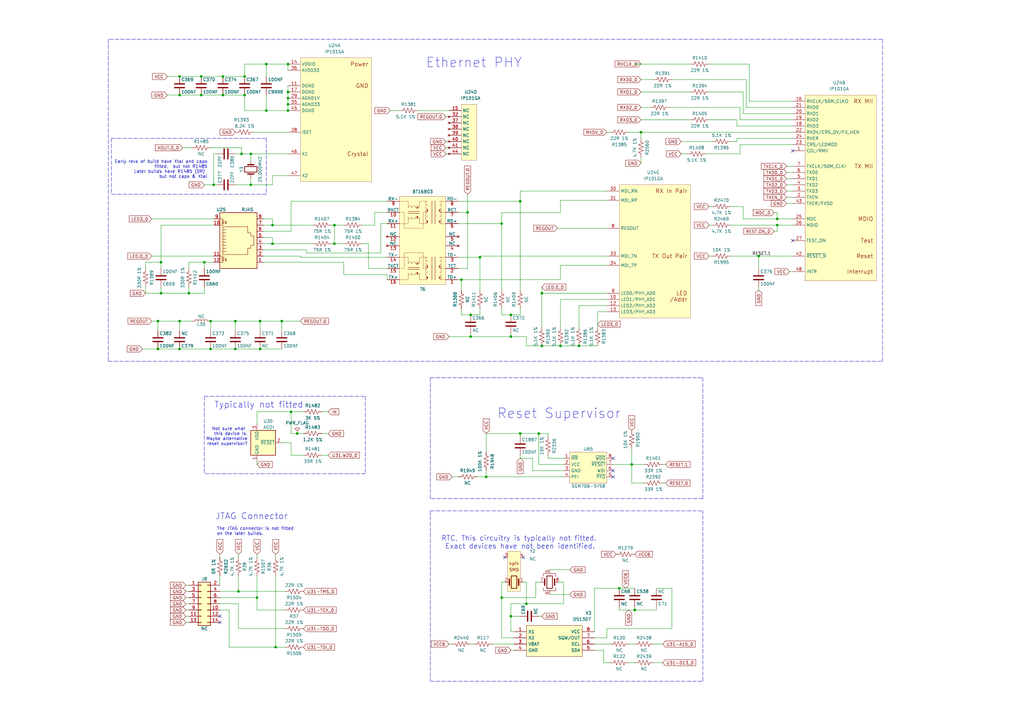
<source format=kicad_sch>
(kicad_sch (version 20230121) (generator eeschema)
  (paper "A3")
  (title_block (title "EBAZ4205 Schematic rebuild.") (date "2021-02-15") (rev "V004") (comment 1 "Some schematic symbols have been eeditted to clear DRC errors") (comment 2 "Extra PWR_FLAGS have been added to clear DRC errors") (comment 3 "Kicad does not allow refs like RxxxA some some devices have been renumbered"))
  (junction (at 213.36 82.55) (diameter 0.9144))
  (junction (at 118.11 26.289) (diameter 0.9144))
  (junction (at 119.38 168.91) (diameter 0.9144))
  (junction (at 237.49 141.859) (diameter 0.9144))
  (junction (at 82.55 38.989) (diameter 0.9144))
  (junction (at 193.04 129.159) (diameter 0.9144))
  (junction (at 111.76 99.949) (diameter 0.9144))
  (junction (at 106.68 143.129) (diameter 0.9144))
  (junction (at 100.33 31.369) (diameter 0.9144))
  (junction (at 66.04 107.569) (diameter 0.9144))
  (junction (at 64.77 131.699) (diameter 0.9144))
  (junction (at 209.55 129.159) (diameter 0.9144))
  (junction (at 137.16 92.329) (diameter 0.9144))
  (junction (at 196.85 105.537) (diameter 0.9144))
  (junction (at 73.66 143.129) (diameter 0.9144))
  (junction (at 91.44 31.369) (diameter 0.9144))
  (junction (at 109.22 45.339) (diameter 0.9144))
  (junction (at 109.22 26.289) (diameter 0.9144))
  (junction (at 82.55 31.369) (diameter 0.9144))
  (junction (at 229.87 141.859) (diameter 0.9144))
  (junction (at 113.03 265.43) (diameter 0.9144))
  (junction (at 111.76 92.329) (diameter 0.9144))
  (junction (at 77.47 120.269) (diameter 0.9144))
  (junction (at 86.36 143.129) (diameter 0.9144))
  (junction (at 99.06 63.119) (diameter 0.9144))
  (junction (at 318.77 92.329) (diameter 0.9144))
  (junction (at 189.23 114.681) (diameter 0.9144))
  (junction (at 96.52 131.699) (diameter 0.9144))
  (junction (at 97.79 242.57) (diameter 0.9144))
  (junction (at 73.66 38.989) (diameter 0.9144))
  (junction (at 121.92 177.8) (diameter 0.9144))
  (junction (at 262.89 54.229) (diameter 0.9144))
  (junction (at 118.11 42.799) (diameter 0.9144))
  (junction (at 199.39 195.58) (diameter 0.9144))
  (junction (at 254 241.3) (diameter 0.9144))
  (junction (at 64.77 143.129) (diameter 0.9144))
  (junction (at 205.74 245.11) (diameter 0.9144))
  (junction (at 222.25 141.859) (diameter 0.9144))
  (junction (at 209.55 252.73) (diameter 0.9144))
  (junction (at 105.41 245.11) (diameter 0.9144))
  (junction (at 259.08 190.5) (diameter 0.9144))
  (junction (at 115.57 131.699) (diameter 0.9144))
  (junction (at 213.36 177.8) (diameter 0.9144))
  (junction (at 222.25 120.269) (diameter 0.9144))
  (junction (at 73.66 31.369) (diameter 0.9144))
  (junction (at 318.77 89.789) (diameter 0.9144))
  (junction (at 102.87 63.119) (diameter 0.9144))
  (junction (at 220.98 177.8) (diameter 0.9144))
  (junction (at 102.87 75.819) (diameter 0.9144))
  (junction (at 96.52 143.129) (diameter 0.9144))
  (junction (at 137.16 99.949) (diameter 0.9144))
  (junction (at 260.35 250.19) (diameter 0.9144))
  (junction (at 215.9 247.65) (diameter 0.9144))
  (junction (at 86.36 131.699) (diameter 0.9144))
  (junction (at 100.33 38.989) (diameter 0.9144))
  (junction (at 193.04 138.049) (diameter 0.9144))
  (junction (at 87.63 75.819) (diameter 0.9144))
  (junction (at 118.11 40.259) (diameter 0.9144))
  (junction (at 118.11 37.719) (diameter 0.9144))
  (junction (at 91.44 38.989) (diameter 0.9144))
  (junction (at 118.11 45.339) (diameter 0.9144))
  (junction (at 209.55 138.049) (diameter 0.9144))
  (junction (at 311.15 105.029) (diameter 0.9144))
  (junction (at 83.82 107.569) (diameter 0.9144))
  (junction (at 66.04 120.269) (diameter 0.9144))
  (junction (at 191.77 87.122) (diameter 0.9144))
  (junction (at 73.66 131.699) (diameter 0.9144))
  (junction (at 106.68 131.699) (diameter 0.9144))
  (junction (at 205.74 91.694) (diameter 0.9144))
  (no_connect (at 90.17 252.73))
  (no_connect (at 90.17 255.27))
  (no_connect (at 207.01 228.6))
  (no_connect (at 214.63 228.6))
  (no_connect (at 325.12 98.679))
  (no_connect (at 325.12 61.849))
  (no_connect (at 251.46 187.96))
  (no_connect (at 251.46 193.04))
  (no_connect (at 251.46 195.58))
  (wire (pts (xy 187.96 82.55) (xy 213.36 82.55)))
  (wire (pts (xy 243.84 264.16) (xy 250.19 264.16)))
  (wire (pts (xy 100.33 45.339) (xy 100.33 38.989)))
  (wire (pts (xy 125.73 102.489) (xy 125.73 103.759)))
  (wire (pts (xy 299.72 105.029) (xy 311.15 105.029)))
  (wire (pts (xy 318.77 87.249) (xy 318.77 89.789)))
  (wire (pts (xy 275.59 257.81) (xy 275.59 241.3)))
  (wire (pts (xy 105.41 236.22) (xy 105.41 245.11)))
  (wire (pts (xy 90.17 227.33) (xy 90.17 228.6)))
  (wire (pts (xy 105.41 245.11) (xy 105.41 250.19)))
  (wire (pts (xy 213.36 187.96) (xy 218.44 187.96)))
  (wire (pts (xy 97.79 242.57) (xy 116.84 242.57)))
  (wire (pts (xy 182.88 58.039) (xy 184.15 58.039)))
  (wire (pts (xy 86.36 135.509) (xy 86.36 131.699)))
  (wire (pts (xy 220.98 177.8) (xy 224.79 177.8)))
  (wire (pts (xy 311.15 105.029) (xy 325.12 105.029)))
  (wire (pts (xy 106.68 131.699) (xy 115.57 131.699)))
  (wire (pts (xy 182.88 60.579) (xy 184.15 60.579)))
  (wire (pts (xy 73.66 131.699) (xy 73.66 135.509)))
  (wire (pts (xy 262.89 54.229) (xy 325.12 54.229)))
  (wire (pts (xy 100.33 45.339) (xy 109.22 45.339)))
  (wire (pts (xy 215.9 141.859) (xy 222.25 141.859)))
  (wire (pts (xy 111.76 75.819) (xy 102.87 75.819)))
  (polyline (pts (xy 361.95 148.209) (xy 361.95 16.129)) (stroke (width 0) (type dash)))
  (wire (pts (xy 82.55 31.369) (xy 91.44 31.369)))
  (wire (pts (xy 219.71 245.11) (xy 219.71 238.76)))
  (wire (pts (xy 118.11 26.289) (xy 109.22 26.289)))
  (wire (pts (xy 196.85 105.537) (xy 196.85 118.999)))
  (wire (pts (xy 140.97 107.569) (xy 140.97 112.649)))
  (wire (pts (xy 259.08 190.5) (xy 259.08 198.12)))
  (wire (pts (xy 299.72 58.039) (xy 302.26 58.039)))
  (wire (pts (xy 121.92 177.8) (xy 119.38 177.8)))
  (wire (pts (xy 124.46 177.8) (xy 121.92 177.8)))
  (wire (pts (xy 107.95 92.329) (xy 111.76 92.329)))
  (wire (pts (xy 160.02 45.339) (xy 163.83 45.339)))
  (wire (pts (xy 137.16 92.329) (xy 140.97 92.329)))
  (wire (pts (xy 96.52 143.129) (xy 86.36 143.129)))
  (wire (pts (xy 77.47 117.729) (xy 77.47 120.269)))
  (wire (pts (xy 96.52 131.699) (xy 106.68 131.699)))
  (wire (pts (xy 205.74 126.619) (xy 205.74 129.159)))
  (wire (pts (xy 109.22 38.989) (xy 109.22 45.339)))
  (wire (pts (xy 111.76 92.329) (xy 128.27 92.329)))
  (wire (pts (xy 87.63 92.329) (xy 66.04 92.329)))
  (wire (pts (xy 156.21 91.694) (xy 158.75 91.694)))
  (wire (pts (xy 64.77 131.699) (xy 64.77 135.509)))
  (wire (pts (xy 318.77 89.789) (xy 304.8 89.789)))
  (wire (pts (xy 220.98 252.73) (xy 222.25 252.73)))
  (wire (pts (xy 248.92 261.62) (xy 248.92 257.81)))
  (wire (pts (xy 290.83 105.029) (xy 292.1 105.029)))
  (polyline (pts (xy 45.72 56.769) (xy 45.72 79.629)) (stroke (width 0) (type dash)))
  (polyline (pts (xy 45.72 56.769) (xy 109.22 56.769)) (stroke (width 0) (type dash)))
  (polyline (pts (xy 109.22 56.769) (xy 109.22 79.629)) (stroke (width 0) (type dash)))
  (polyline (pts (xy 109.22 79.629) (xy 45.72 79.629)) (stroke (width 0) (type dash)))
  (wire (pts (xy 187.96 110.109) (xy 191.77 110.109)))
  (wire (pts (xy 205.74 91.694) (xy 205.74 118.999)))
  (wire (pts (xy 213.36 78.359) (xy 213.36 82.55)))
  (wire (pts (xy 259.08 184.15) (xy 259.08 190.5)))
  (wire (pts (xy 237.49 125.349) (xy 237.49 134.239)))
  (polyline (pts (xy 176.53 279.4) (xy 288.29 279.4)) (stroke (width 0) (type dash)))
  (wire (pts (xy 111.76 72.009) (xy 111.76 75.819)))
  (wire (pts (xy 257.81 54.229) (xy 262.89 54.229)))
  (wire (pts (xy 107.95 107.569) (xy 140.97 107.569)))
  (wire (pts (xy 99.06 63.119) (xy 96.52 63.119)))
  (wire (pts (xy 262.89 64.389) (xy 262.89 66.929)))
  (wire (pts (xy 123.19 105.537) (xy 158.75 105.537)))
  (wire (pts (xy 218.44 193.04) (xy 231.14 193.04)))
  (wire (pts (xy 107.95 102.489) (xy 125.73 102.489)))
  (wire (pts (xy 76.2 247.65) (xy 77.47 247.65)))
  (wire (pts (xy 299.72 92.329) (xy 318.77 92.329)))
  (wire (pts (xy 100.33 26.289) (xy 100.33 31.369)))
  (wire (pts (xy 123.19 105.537) (xy 123.19 105.029)))
  (wire (pts (xy 64.77 143.129) (xy 73.66 143.129)))
  (wire (pts (xy 225.425 243.84) (xy 233.68 243.84)))
  (wire (pts (xy 118.11 42.799) (xy 118.11 45.339)))
  (wire (pts (xy 104.14 54.229) (xy 118.11 54.229)))
  (wire (pts (xy 325.12 51.689) (xy 302.26 51.689)))
  (wire (pts (xy 224.79 177.8) (xy 224.79 179.07)))
  (wire (pts (xy 83.82 117.729) (xy 83.82 120.269)))
  (wire (pts (xy 215.9 247.65) (xy 231.14 247.65)))
  (wire (pts (xy 137.16 92.329) (xy 137.16 99.949)))
  (wire (pts (xy 199.39 185.42) (xy 199.39 177.8)))
  (wire (pts (xy 279.4 58.039) (xy 292.1 58.039)))
  (wire (pts (xy 209.55 252.73) (xy 209.55 259.08)))
  (wire (pts (xy 245.11 127.889) (xy 245.11 134.239)))
  (wire (pts (xy 290.83 37.719) (xy 304.8 37.719)))
  (wire (pts (xy 76.2 245.11) (xy 77.47 245.11)))
  (wire (pts (xy 184.15 264.16) (xy 185.42 264.16)))
  (wire (pts (xy 107.95 89.789) (xy 111.76 89.789)))
  (polyline (pts (xy 176.53 209.55) (xy 288.29 209.55)) (stroke (width 0) (type dash)))
  (wire (pts (xy 196.85 129.159) (xy 196.85 126.619)))
  (wire (pts (xy 303.53 63.119) (xy 289.56 63.119)))
  (wire (pts (xy 243.84 259.08) (xy 243.84 241.3)))
  (wire (pts (xy 275.59 32.639) (xy 306.07 32.639)))
  (wire (pts (xy 193.04 136.779) (xy 193.04 138.049)))
  (wire (pts (xy 205.74 245.11) (xy 219.71 245.11)))
  (wire (pts (xy 102.87 63.119) (xy 102.87 65.659)))
  (wire (pts (xy 209.55 247.65) (xy 209.55 252.73)))
  (wire (pts (xy 318.77 92.329) (xy 325.12 92.329)))
  (wire (pts (xy 111.76 89.789) (xy 111.76 92.329)))
  (wire (pts (xy 62.23 131.699) (xy 64.77 131.699)))
  (wire (pts (xy 317.5 94.869) (xy 318.77 94.869)))
  (wire (pts (xy 199.39 195.58) (xy 231.14 195.58)))
  (wire (pts (xy 196.85 105.029) (xy 196.85 105.537)))
  (wire (pts (xy 99.06 60.579) (xy 99.06 63.119)))
  (wire (pts (xy 247.65 271.81) (xy 250.19 271.78)))
  (wire (pts (xy 118.11 40.259) (xy 118.11 37.719)))
  (wire (pts (xy 66.04 107.569) (xy 66.04 110.109)))
  (wire (pts (xy 231.14 190.5) (xy 220.98 190.5)))
  (wire (pts (xy 222.25 120.269) (xy 248.92 120.269)))
  (wire (pts (xy 271.78 198.12) (xy 273.05 198.12)))
  (wire (pts (xy 135.89 99.949) (xy 137.16 99.949)))
  (wire (pts (xy 111.76 99.949) (xy 128.27 99.949)))
  (wire (pts (xy 59.69 120.269) (xy 66.04 120.269)))
  (wire (pts (xy 73.66 38.989) (xy 68.58 38.989)))
  (wire (pts (xy 137.16 99.949) (xy 140.97 99.949)))
  (wire (pts (xy 220.98 190.5) (xy 220.98 177.8)))
  (wire (pts (xy 209.55 259.08) (xy 210.82 259.08)))
  (wire (pts (xy 100.33 26.289) (xy 109.22 26.289)))
  (wire (pts (xy 248.92 105.029) (xy 196.85 105.029)))
  (wire (pts (xy 124.46 168.91) (xy 119.38 168.91)))
  (polyline (pts (xy 361.95 16.129) (xy 44.45 16.129)) (stroke (width 0) (type dash)))
  (wire (pts (xy 83.82 107.569) (xy 83.82 110.109)))
  (wire (pts (xy 248.92 108.839) (xy 229.87 108.839)))
  (wire (pts (xy 158.75 87.122) (xy 153.67 87.122)))
  (wire (pts (xy 119.38 177.8) (xy 119.38 168.91)))
  (wire (pts (xy 254 248.92) (xy 254 250.19)))
  (wire (pts (xy 187.96 105.537) (xy 196.85 105.537)))
  (wire (pts (xy 218.44 187.96) (xy 218.44 193.04)))
  (wire (pts (xy 209.55 266.7) (xy 210.82 266.7)))
  (wire (pts (xy 248.92 257.81) (xy 275.59 257.81)))
  (wire (pts (xy 248.92 82.169) (xy 229.87 82.169)))
  (wire (pts (xy 100.33 31.369) (xy 91.44 31.369)))
  (wire (pts (xy 302.26 56.769) (xy 302.26 58.039)))
  (wire (pts (xy 222.25 117.729) (xy 222.25 120.269)))
  (wire (pts (xy 193.04 138.049) (xy 209.55 138.049)))
  (wire (pts (xy 113.03 236.22) (xy 113.03 265.43)))
  (wire (pts (xy 323.85 111.379) (xy 325.12 111.379)))
  (wire (pts (xy 74.93 60.579) (xy 78.74 60.579)))
  (wire (pts (xy 93.98 265.43) (xy 113.03 265.43)))
  (wire (pts (xy 97.79 247.65) (xy 97.79 257.81)))
  (wire (pts (xy 304.8 46.609) (xy 304.8 37.719)))
  (wire (pts (xy 222.25 141.859) (xy 229.87 141.859)))
  (wire (pts (xy 225.425 233.68) (xy 233.68 233.68)))
  (wire (pts (xy 248.92 54.229) (xy 250.19 54.229)))
  (wire (pts (xy 185.42 195.58) (xy 187.96 195.58)))
  (wire (pts (xy 191.77 87.122) (xy 191.77 110.109)))
  (wire (pts (xy 82.55 38.989) (xy 73.66 38.989)))
  (wire (pts (xy 207.01 238.76) (xy 205.74 238.76)))
  (wire (pts (xy 209.55 138.049) (xy 215.9 138.049)))
  (wire (pts (xy 248.92 127.889) (xy 245.11 127.889)))
  (wire (pts (xy 119.38 94.869) (xy 107.95 94.869)))
  (wire (pts (xy 62.23 105.029) (xy 87.63 105.029)))
  (polyline (pts (xy 176.53 204.47) (xy 176.53 154.94)) (stroke (width 0) (type dash)))
  (polyline (pts (xy 83.82 162.56) (xy 83.82 194.31)) (stroke (width 0) (type dash)))
  (wire (pts (xy 148.59 99.949) (xy 151.13 99.949)))
  (wire (pts (xy 262.89 32.639) (xy 267.97 32.639)))
  (wire (pts (xy 76.2 255.27) (xy 77.47 255.27)))
  (wire (pts (xy 107.95 105.029) (xy 123.19 105.029)))
  (wire (pts (xy 118.11 40.259) (xy 118.11 42.799)))
  (wire (pts (xy 205.74 87.249) (xy 205.74 91.694)))
  (wire (pts (xy 257.81 271.78) (xy 260.35 271.78)))
  (wire (pts (xy 124.46 186.69) (xy 119.38 186.69)))
  (wire (pts (xy 224.79 187.96) (xy 231.14 187.96)))
  (wire (pts (xy 119.38 181.61) (xy 115.57 181.61)))
  (wire (pts (xy 88.9 63.119) (xy 87.63 63.119)))
  (wire (pts (xy 171.45 45.339) (xy 184.15 45.339)))
  (wire (pts (xy 153.67 87.122) (xy 153.67 92.329)))
  (wire (pts (xy 306.07 44.069) (xy 306.07 32.639)))
  (wire (pts (xy 213.36 126.619) (xy 213.36 129.159)))
  (wire (pts (xy 68.58 31.369) (xy 73.66 31.369)))
  (wire (pts (xy 260.35 26.289) (xy 262.89 26.229)))
  (wire (pts (xy 182.88 63.119) (xy 184.15 63.119)))
  (wire (pts (xy 322.58 75.819) (xy 325.12 75.819)))
  (wire (pts (xy 199.39 193.04) (xy 199.39 195.58)))
  (wire (pts (xy 205.74 245.11) (xy 205.74 261.62)))
  (wire (pts (xy 87.63 107.569) (xy 83.82 107.569)))
  (wire (pts (xy 90.17 240.03) (xy 90.17 236.22)))
  (wire (pts (xy 107.95 97.409) (xy 111.76 97.409)))
  (wire (pts (xy 318.77 94.869) (xy 318.77 92.329)))
  (wire (pts (xy 303.53 59.309) (xy 303.53 63.119)))
  (wire (pts (xy 59.69 107.569) (xy 66.04 107.569)))
  (wire (pts (xy 76.2 250.19) (xy 77.47 250.19)))
  (wire (pts (xy 229.87 108.839) (xy 229.87 114.681)))
  (wire (pts (xy 90.17 242.57) (xy 97.79 242.57)))
  (wire (pts (xy 132.08 186.69) (xy 134.62 186.69)))
  (wire (pts (xy 271.78 190.5) (xy 273.05 190.5)))
  (wire (pts (xy 193.04 129.159) (xy 196.85 129.159)))
  (polyline (pts (xy 288.29 154.94) (xy 288.29 204.47)) (stroke (width 0) (type dash)))
  (wire (pts (xy 317.5 87.249) (xy 318.77 87.249)))
  (wire (pts (xy 106.68 143.129) (xy 115.57 143.129)))
  (wire (pts (xy 86.36 131.699) (xy 96.52 131.699)))
  (wire (pts (xy 189.23 129.159) (xy 193.04 129.159)))
  (wire (pts (xy 119.38 82.55) (xy 158.75 82.55)))
  (wire (pts (xy 86.36 60.579) (xy 99.06 60.579)))
  (wire (pts (xy 193.04 264.16) (xy 194.31 264.16)))
  (wire (pts (xy 87.63 75.819) (xy 88.9 75.819)))
  (wire (pts (xy 105.41 227.33) (xy 105.41 228.6)))
  (wire (pts (xy 248.92 125.349) (xy 237.49 125.349)))
  (wire (pts (xy 254 241.3) (xy 260.35 241.3)))
  (wire (pts (xy 96.52 143.129) (xy 106.68 143.129)))
  (polyline (pts (xy 44.45 16.129) (xy 44.45 148.209)) (stroke (width 0) (type dash)))
  (wire (pts (xy 243.84 266.7) (xy 247.65 266.7)))
  (wire (pts (xy 58.42 143.129) (xy 64.77 143.129)))
  (wire (pts (xy 82.55 31.369) (xy 73.66 31.369)))
  (wire (pts (xy 243.84 261.62) (xy 248.92 261.62)))
  (wire (pts (xy 96.52 135.509) (xy 96.52 131.699)))
  (wire (pts (xy 132.08 177.8) (xy 134.62 177.8)))
  (wire (pts (xy 182.88 47.879) (xy 184.15 47.879)))
  (wire (pts (xy 303.53 49.149) (xy 303.53 44.069)))
  (wire (pts (xy 322.58 70.739) (xy 325.12 70.739)))
  (wire (pts (xy 119.38 82.55) (xy 119.38 94.869)))
  (wire (pts (xy 156.21 91.694) (xy 156.21 103.759)))
  (wire (pts (xy 262.89 49.149) (xy 283.21 49.149)))
  (wire (pts (xy 205.74 261.62) (xy 210.82 261.62)))
  (wire (pts (xy 269.24 241.3) (xy 275.59 241.3)))
  (wire (pts (xy 105.41 168.91) (xy 105.41 173.99)))
  (wire (pts (xy 209.55 252.73) (xy 213.36 252.73)))
  (wire (pts (xy 231.14 238.76) (xy 231.14 247.65)))
  (wire (pts (xy 237.49 141.859) (xy 245.11 141.859)))
  (wire (pts (xy 262.89 54.229) (xy 262.89 56.769)))
  (wire (pts (xy 184.15 138.049) (xy 193.04 138.049)))
  (polyline (pts (xy 288.29 279.4) (xy 288.29 209.55)) (stroke (width 0) (type dash)))
  (wire (pts (xy 325.12 59.309) (xy 303.53 59.309)))
  (wire (pts (xy 64.77 131.699) (xy 73.66 131.699)))
  (wire (pts (xy 215.9 138.049) (xy 215.9 141.859)))
  (wire (pts (xy 311.15 117.729) (xy 311.15 118.999)))
  (wire (pts (xy 135.89 92.329) (xy 137.16 92.329)))
  (wire (pts (xy 254 250.19) (xy 260.35 250.19)))
  (wire (pts (xy 248.92 122.809) (xy 229.87 122.809)))
  (wire (pts (xy 105.41 189.23) (xy 105.41 190.5)))
  (wire (pts (xy 118.11 35.179) (xy 118.11 37.719)))
  (wire (pts (xy 325.12 56.769) (xy 302.26 56.769)))
  (wire (pts (xy 322.58 78.359) (xy 325.12 78.359)))
  (wire (pts (xy 189.23 114.681) (xy 229.87 114.681)))
  (wire (pts (xy 257.81 264.16) (xy 260.35 264.16)))
  (wire (pts (xy 102.87 63.119) (xy 99.06 63.119)))
  (wire (pts (xy 86.36 143.129) (xy 73.66 143.129)))
  (wire (pts (xy 213.36 179.07) (xy 213.36 177.8)))
  (wire (pts (xy 307.34 26.289) (xy 307.34 41.529)))
  (wire (pts (xy 224.79 186.69) (xy 224.79 187.96)))
  (wire (pts (xy 76.2 252.73) (xy 77.47 252.73)))
  (wire (pts (xy 260.35 248.92) (xy 260.35 250.19)))
  (wire (pts (xy 187.96 87.122) (xy 191.77 87.122)))
  (wire (pts (xy 325.12 49.149) (xy 303.53 49.149)))
  (wire (pts (xy 96.52 75.819) (xy 102.87 75.819)))
  (wire (pts (xy 151.13 99.949) (xy 151.13 110.109)))
  (wire (pts (xy 93.98 250.19) (xy 93.98 265.43)))
  (wire (pts (xy 264.16 198.12) (xy 259.08 198.12)))
  (wire (pts (xy 156.21 103.759) (xy 125.73 103.759)))
  (wire (pts (xy 87.63 63.119) (xy 87.63 75.819)))
  (wire (pts (xy 229.235 238.76) (xy 231.14 238.76)))
  (wire (pts (xy 262.89 37.719) (xy 283.21 37.719)))
  (wire (pts (xy 76.2 240.03) (xy 77.47 240.03)))
  (wire (pts (xy 290.83 92.329) (xy 292.1 92.329)))
  (wire (pts (xy 77.47 107.569) (xy 77.47 110.109)))
  (wire (pts (xy 322.58 73.279) (xy 325.12 73.279)))
  (wire (pts (xy 66.04 92.329) (xy 66.04 107.569)))
  (wire (pts (xy 302.26 49.149) (xy 290.83 49.149)))
  (wire (pts (xy 219.71 238.76) (xy 221.615 238.76)))
  (wire (pts (xy 290.83 26.289) (xy 307.34 26.289)))
  (wire (pts (xy 274.32 44.069) (xy 303.53 44.069)))
  (wire (pts (xy 222.25 120.269) (xy 222.25 134.239)))
  (wire (pts (xy 229.87 141.859) (xy 237.49 141.859)))
  (wire (pts (xy 213.36 186.69) (xy 213.36 187.96)))
  (wire (pts (xy 248.92 78.359) (xy 213.36 78.359)))
  (wire (pts (xy 87.63 75.819) (xy 83.82 75.819)))
  (wire (pts (xy 107.95 99.949) (xy 111.76 99.949)))
  (wire (pts (xy 113.03 227.33) (xy 113.03 228.6)))
  (wire (pts (xy 59.69 117.729) (xy 59.69 120.269)))
  (wire (pts (xy 214.63 238.76) (xy 215.9 238.76)))
  (wire (pts (xy 187.96 114.681) (xy 189.23 114.681)))
  (wire (pts (xy 267.97 264.16) (xy 271.78 264.16)))
  (wire (pts (xy 109.22 26.289) (xy 109.22 31.369)))
  (wire (pts (xy 109.22 45.339) (xy 118.11 45.339)))
  (wire (pts (xy 118.11 72.009) (xy 111.76 72.009)))
  (wire (pts (xy 304.8 84.709) (xy 299.72 84.709)))
  (wire (pts (xy 113.03 265.43) (xy 116.84 265.43)))
  (polyline (pts (xy 44.45 148.209) (xy 361.95 148.209)) (stroke (width 0) (type dash)))
  (wire (pts (xy 213.36 177.8) (xy 220.98 177.8)))
  (wire (pts (xy 283.21 26.289) (xy 260.35 26.289)))
  (wire (pts (xy 302.26 51.689) (xy 302.26 49.149)))
  (wire (pts (xy 148.59 92.329) (xy 153.67 92.329)))
  (wire (pts (xy 215.9 238.76) (xy 215.9 247.65)))
  (wire (pts (xy 229.87 82.169) (xy 229.87 87.249)))
  (wire (pts (xy 205.74 238.76) (xy 205.74 245.11)))
  (polyline (pts (xy 288.29 204.47) (xy 176.53 204.47)) (stroke (width 0) (type dash)))
  (wire (pts (xy 259.08 190.5) (xy 264.16 190.5)))
  (wire (pts (xy 102.87 63.119) (xy 118.11 63.119)))
  (wire (pts (xy 97.79 227.33) (xy 97.79 228.6)))
  (wire (pts (xy 322.58 80.899) (xy 325.12 80.899)))
  (wire (pts (xy 77.47 120.269) (xy 83.82 120.269)))
  (wire (pts (xy 116.84 250.19) (xy 105.41 250.19)))
  (wire (pts (xy 97.79 236.22) (xy 97.79 242.57)))
  (wire (pts (xy 279.4 63.119) (xy 281.94 63.119)))
  (wire (pts (xy 151.13 110.109) (xy 158.75 110.109)))
  (wire (pts (xy 209.55 136.779) (xy 209.55 138.049)))
  (wire (pts (xy 140.97 112.649) (xy 158.75 112.649)))
  (wire (pts (xy 325.12 89.789) (xy 318.77 89.789)))
  (wire (pts (xy 267.97 271.78) (xy 271.78 271.78)))
  (wire (pts (xy 189.23 114.681) (xy 189.23 118.999)))
  (wire (pts (xy 304.8 89.789) (xy 304.8 84.709)))
  (wire (pts (xy 100.33 38.989) (xy 91.44 38.989)))
  (wire (pts (xy 205.74 129.159) (xy 209.55 129.159)))
  (wire (pts (xy 247.65 266.7) (xy 247.65 271.81)))
  (wire (pts (xy 189.23 126.619) (xy 189.23 129.159)))
  (wire (pts (xy 90.17 245.11) (xy 105.41 245.11)))
  (wire (pts (xy 191.77 79.629) (xy 191.77 87.122)))
  (wire (pts (xy 158.75 112.649) (xy 158.75 114.681)))
  (wire (pts (xy 106.68 135.509) (xy 106.68 131.699)))
  (wire (pts (xy 187.96 91.694) (xy 205.74 91.694)))
  (wire (pts (xy 325.12 46.609) (xy 304.8 46.609)))
  (wire (pts (xy 322.58 68.199) (xy 325.12 68.199)))
  (wire (pts (xy 269.24 248.92) (xy 269.24 250.19)))
  (wire (pts (xy 260.35 250.19) (xy 269.24 250.19)))
  (wire (pts (xy 132.08 168.91) (xy 134.62 168.91)))
  (wire (pts (xy 228.6 93.599) (xy 248.92 93.599)))
  (wire (pts (xy 97.79 257.81) (xy 116.84 257.81)))
  (wire (pts (xy 243.84 241.3) (xy 254 241.3)))
  (wire (pts (xy 205.74 87.249) (xy 229.87 87.249)))
  (wire (pts (xy 229.87 122.809) (xy 229.87 134.239)))
  (wire (pts (xy 199.39 177.8) (xy 213.36 177.8)))
  (wire (pts (xy 118.11 26.289) (xy 118.11 28.829)))
  (wire (pts (xy 83.82 107.569) (xy 77.47 107.569)))
  (wire (pts (xy 322.58 83.439) (xy 325.12 83.439)))
  (wire (pts (xy 62.23 89.789) (xy 87.63 89.789)))
  (wire (pts (xy 215.9 247.65) (xy 209.55 247.65)))
  (polyline (pts (xy 176.53 154.94) (xy 288.29 154.94)) (stroke (width 0) (type dash)))
  (polyline (pts (xy 176.53 209.55) (xy 176.53 279.4)) (stroke (width 0) (type dash)))
  (wire (pts (xy 307.34 41.529) (xy 325.12 41.529)))
  (wire (pts (xy 66.04 120.269) (xy 77.47 120.269)))
  (wire (pts (xy 209.55 129.159) (xy 213.36 129.159)))
  (wire (pts (xy 262.89 44.069) (xy 266.7 44.069)))
  (wire (pts (xy 102.87 73.279) (xy 102.87 75.819)))
  (wire (pts (xy 311.15 105.029) (xy 311.15 110.109)))
  (wire (pts (xy 90.17 250.19) (xy 93.98 250.19)))
  (wire (pts (xy 76.2 242.57) (xy 77.47 242.57)))
  (wire (pts (xy 201.93 264.16) (xy 210.82 264.16)))
  (wire (pts (xy 90.17 247.65) (xy 97.79 247.65)))
  (polyline (pts (xy 83.82 162.56) (xy 149.86 162.56)) (stroke (width 0) (type dash)))
  (polyline (pts (xy 149.86 162.56) (xy 149.86 194.31)) (stroke (width 0) (type dash)))
  (polyline (pts (xy 149.86 194.31) (xy 83.82 194.31)) (stroke (width 0) (type dash)))
  (wire (pts (xy 66.04 117.729) (xy 66.04 120.269)))
  (wire (pts (xy 115.57 131.699) (xy 123.19 131.699)))
  (wire (pts (xy 213.36 82.55) (xy 213.36 118.999)))
  (wire (pts (xy 59.69 110.109) (xy 59.69 107.569)))
  (wire (pts (xy 119.38 186.69) (xy 119.38 181.61)))
  (wire (pts (xy 325.12 44.069) (xy 306.07 44.069)))
  (wire (pts (xy 91.44 38.989) (xy 82.55 38.989)))
  (wire (pts (xy 73.66 131.699) (xy 78.74 131.699)))
  (wire (pts (xy 111.76 97.409) (xy 111.76 99.949)))
  (wire (pts (xy 115.57 131.699) (xy 115.57 135.509)))
  (wire (pts (xy 290.83 84.709) (xy 292.1 84.709)))
  (wire (pts (xy 251.46 190.5) (xy 259.08 190.5)))
  (wire (pts (xy 195.58 195.58) (xy 199.39 195.58)))
  (wire (pts (xy 105.41 168.91) (xy 119.38 168.91)))
  (text "Ethernet PHY" (at 174.625 28.164 0) (effects (font (size 4 4)) (justify left bottom)))
  (text "Early revs of build have Xtal and caps\nfitted,  but not R1485\nLater builds have R1485 (0R) \nbut not caps & Xtal" (at 85.09 73.279 0) (effects (font (size 1.27 1.27)) (justify right bottom)))
  (text "Typically not fitted" (at 124.46 167.64 0) (effects (font (size 2.54 2.54)) (justify right bottom)))
  (text "The JTAG connector is not fitted\non the later builds.  " (at 88.9 219.71 0) (effects (font (size 1.27 1.27)) (justify left bottom)))
  (text "JTAG Connector" (at 118.11 213.36 0) (effects (font (size 2.54 2.54)) (justify right bottom)))
  (text "Reset Supervisor" (at 203.835 172.055 0) (effects (font (size 4 4)) (justify left bottom)))
  (text "Not sure what \nthis device is.\nMaybe alternative\nreset supervisor?" (at 101.6 182.88 0) (effects (font (size 1.27 1.27)) (justify right bottom)))
  (text "RTC, This circuitry is typically not fitted.\n Exact devices have not been identified." (at 180.975 225.395 0) (effects (font (size 2.032 2.032)) (justify left bottom)))
  (label "RESET.1" (at 316.23 105.029 180))
  (global_label "TXD3_0" (shape input) (at 322.58 78.359 180) (property "Intersheetrefs" "${INTERSHEET_REFS}" (effects hide)))
  (global_label "GND" (shape input) (at 262.89 66.929 180) (property "Intersheetrefs" "${INTERSHEET_REFS}" (effects hide)))
  (global_label "VCC" (shape input) (at 323.85 111.379 180) (property "Intersheetrefs" "${INTERSHEET_REFS}" (effects hide)))
  (global_label "VCC" (shape input) (at 259.08 176.53 90) (property "Intersheetrefs" "${INTERSHEET_REFS}" (effects hide)))
  (global_label "GND" (shape input) (at 222.25 252.73 0) (property "Intersheetrefs" "${INTERSHEET_REFS}" (effects hide)))
  (global_label "RXCLK_0" (shape input) (at 262.89 26.229 180) (property "Intersheetrefs" "${INTERSHEET_REFS}" (effects hide)))
  (global_label "U31.W20_0" (shape input) (at 134.62 186.69 0) (property "Intersheetrefs" "${INTERSHEET_REFS}" (effects hide)))
  (global_label "REGOUT" (shape input) (at 228.6 93.599 180) (property "Intersheetrefs" "${INTERSHEET_REFS}" (effects hide)))
  (global_label "GND" (shape input) (at 105.41 190.5 0) (property "Intersheetrefs" "${INTERSHEET_REFS}" (effects hide)))
  (global_label "GND" (shape input) (at 83.82 75.819 180) (property "Intersheetrefs" "${INTERSHEET_REFS}" (effects hide)))
  (global_label "GND" (shape input) (at 76.2 242.57 180) (property "Intersheetrefs" "${INTERSHEET_REFS}" (effects hide)))
  (global_label "U31-TCK_0" (shape input) (at 124.46 250.19 0) (property "Intersheetrefs" "${INTERSHEET_REFS}" (effects hide)))
  (global_label "TXD2_0" (shape input) (at 322.58 75.819 180) (property "Intersheetrefs" "${INTERSHEET_REFS}" (effects hide)))
  (global_label "VCC" (shape input) (at 90.17 227.33 90) (property "Intersheetrefs" "${INTERSHEET_REFS}" (effects hide)))
  (global_label "GND" (shape input) (at 76.2 250.19 180) (property "Intersheetrefs" "${INTERSHEET_REFS}" (effects hide)))
  (global_label "GND" (shape input) (at 185.42 195.58 180) (property "Intersheetrefs" "${INTERSHEET_REFS}" (effects hide)))
  (global_label "RXDV_0" (shape input) (at 248.92 54.229 180) (property "Intersheetrefs" "${INTERSHEET_REFS}" (effects hide)))
  (global_label "LED.0_0" (shape input) (at 62.23 105.029 180) (property "Intersheetrefs" "${INTERSHEET_REFS}" (effects hide)))
  (global_label "GND" (shape input) (at 96.52 54.229 180) (property "Intersheetrefs" "${INTERSHEET_REFS}" (effects hide)))
  (global_label "RXD2_0" (shape input) (at 262.89 44.069 180) (property "Intersheetrefs" "${INTERSHEET_REFS}" (effects hide)))
  (global_label "XOUT.0_0" (shape input) (at 74.93 60.579 180) (property "Intersheetrefs" "${INTERSHEET_REFS}" (effects hide)))
  (global_label "GND" (shape input) (at 76.2 240.03 180) (property "Intersheetrefs" "${INTERSHEET_REFS}" (effects hide)))
  (global_label "VCC6" (shape input) (at 184.15 264.16 180) (property "Intersheetrefs" "${INTERSHEET_REFS}" (effects hide)))
  (global_label "U31-TMS_0" (shape input) (at 124.46 242.57 0) (property "Intersheetrefs" "${INTERSHEET_REFS}" (effects hide)))
  (global_label "GND" (shape input) (at 68.58 38.989 180) (property "Intersheetrefs" "${INTERSHEET_REFS}" (effects hide)))
  (global_label "REGOUT" (shape input) (at 62.23 131.699 180) (property "Intersheetrefs" "${INTERSHEET_REFS}" (effects hide)))
  (global_label "RXD3_0" (shape input) (at 262.89 49.149 180) (property "Intersheetrefs" "${INTERSHEET_REFS}" (effects hide)))
  (global_label "VCC6" (shape input) (at 260.35 227.33 0) (property "Intersheetrefs" "${INTERSHEET_REFS}" (effects hide)))
  (global_label "VCC" (shape input) (at 252.73 227.33 180) (property "Intersheetrefs" "${INTERSHEET_REFS}" (effects hide)))
  (global_label "GND" (shape input) (at 257.81 250.19 270) (property "Intersheetrefs" "${INTERSHEET_REFS}" (effects hide)))
  (global_label "VCC6" (shape input) (at 256.54 241.3 90) (property "Intersheetrefs" "${INTERSHEET_REFS}" (effects hide)))
  (global_label "VCC" (shape input) (at 290.83 84.709 180) (property "Intersheetrefs" "${INTERSHEET_REFS}" (effects hide)))
  (global_label "GND" (shape input) (at 76.2 245.11 180) (property "Intersheetrefs" "${INTERSHEET_REFS}" (effects hide)))
  (global_label "GND" (shape input) (at 209.55 266.7 180) (property "Intersheetrefs" "${INTERSHEET_REFS}" (effects hide)))
  (global_label "RESET.1" (shape input) (at 273.05 190.5 0) (property "Intersheetrefs" "${INTERSHEET_REFS}" (effects hide)))
  (global_label "MDC_0" (shape input) (at 317.5 87.249 180) (property "Intersheetrefs" "${INTERSHEET_REFS}" (effects hide)))
  (global_label "GND" (shape input) (at 322.58 83.439 180) (property "Intersheetrefs" "${INTERSHEET_REFS}" (effects hide)))
  (global_label "LED3_0" (shape input) (at 62.23 89.789 180) (property "Intersheetrefs" "${INTERSHEET_REFS}" (effects hide)))
  (global_label "RXD0_0" (shape input) (at 262.89 32.639 180) (property "Intersheetrefs" "${INTERSHEET_REFS}" (effects hide)))
  (global_label "RXD1_0" (shape input) (at 262.89 37.719 180) (property "Intersheetrefs" "${INTERSHEET_REFS}" (effects hide)))
  (global_label "VCC" (shape input) (at 97.79 227.33 90) (property "Intersheetrefs" "${INTERSHEET_REFS}" (effects hide)))
  (global_label "GND" (shape input) (at 76.2 255.27 180) (property "Intersheetrefs" "${INTERSHEET_REFS}" (effects hide)))
  (global_label "GND" (shape input) (at 233.68 233.68 0) (property "Intersheetrefs" "${INTERSHEET_REFS}" (effects hide)))
  (global_label "GND" (shape input) (at 76.2 247.65 180) (property "Intersheetrefs" "${INTERSHEET_REFS}" (effects hide)))
  (global_label "GND" (shape input) (at 160.02 45.339 180) (property "Intersheetrefs" "${INTERSHEET_REFS}" (effects hide)))
  (global_label "GND" (shape input) (at 311.15 118.999 270) (property "Intersheetrefs" "${INTERSHEET_REFS}" (effects hide)))
  (global_label "VCC" (shape input) (at 68.58 31.369 180) (property "Intersheetrefs" "${INTERSHEET_REFS}" (effects hide)))
  (global_label "LED3_0" (shape input) (at 245.11 132.969 0) (property "Intersheetrefs" "${INTERSHEET_REFS}" (effects hide)))
  (global_label "U31-TDI_0" (shape input) (at 124.46 265.43 0) (property "Intersheetrefs" "${INTERSHEET_REFS}" (effects hide)))
  (global_label "GND" (shape input) (at 76.2 252.73 180) (property "Intersheetrefs" "${INTERSHEET_REFS}" (effects hide)))
  (global_label "U31-D13_0" (shape input) (at 271.78 271.78 0) (property "Intersheetrefs" "${INTERSHEET_REFS}" (effects hide)))
  (global_label "GND" (shape input) (at 134.62 177.8 0) (property "Intersheetrefs" "${INTERSHEET_REFS}" (effects hide)))
  (global_label "GND" (shape input) (at 233.68 243.84 0) (property "Intersheetrefs" "${INTERSHEET_REFS}" (effects hide)))
  (global_label "LED.0_0" (shape input) (at 222.25 117.729 0) (property "Intersheetrefs" "${INTERSHEET_REFS}" (effects hide)))
  (global_label "U31-A15_0" (shape input) (at 271.78 264.16 0) (property "Intersheetrefs" "${INTERSHEET_REFS}" (effects hide)))
  (global_label "GND" (shape input) (at 213.36 187.96 270) (property "Intersheetrefs" "${INTERSHEET_REFS}" (effects hide)))
  (global_label "GND" (shape input) (at 58.42 143.129 180) (property "Intersheetrefs" "${INTERSHEET_REFS}" (effects hide)))
  (global_label "TXD1_0" (shape input) (at 322.58 73.279 180) (property "Intersheetrefs" "${INTERSHEET_REFS}" (effects hide)))
  (global_label "GND" (shape input) (at 279.4 58.039 180) (property "Intersheetrefs" "${INTERSHEET_REFS}" (effects hide)))
  (global_label "VCC" (shape input) (at 279.4 63.119 180) (property "Intersheetrefs" "${INTERSHEET_REFS}" (effects hide)))
  (global_label "REGOUT.0" (shape input) (at 182.88 47.879 180) (property "Intersheetrefs" "${INTERSHEET_REFS}" (effects hide)))
  (global_label "GND" (shape input) (at 59.69 120.269 180) (property "Intersheetrefs" "${INTERSHEET_REFS}" (effects hide)))
  (global_label "REGOUT.0" (shape input) (at 191.77 79.629 90) (property "Intersheetrefs" "${INTERSHEET_REFS}" (effects hide)))
  (global_label "TXEN_0" (shape input) (at 322.58 80.899 180) (property "Intersheetrefs" "${INTERSHEET_REFS}" (effects hide)))
  (global_label "GND" (shape input) (at 184.15 138.049 180) (property "Intersheetrefs" "${INTERSHEET_REFS}" (effects hide)))
  (global_label "IN" (shape input) (at 134.62 168.91 0) (property "Intersheetrefs" "${INTERSHEET_REFS}" (effects hide)))
  (global_label "REST.ON_0" (shape input) (at 317.5 94.869 180) (property "Intersheetrefs" "${INTERSHEET_REFS}" (effects hide)))
  (global_label "GND" (shape input) (at 182.88 58.039 180) (property "Intersheetrefs" "${INTERSHEET_REFS}" (effects hide)))
  (global_label "U31-TDO_0" (shape input) (at 124.46 257.81 0) (property "Intersheetrefs" "${INTERSHEET_REFS}" (effects hide)))
  (global_label "VCC" (shape input) (at 290.83 92.329 180) (property "Intersheetrefs" "${INTERSHEET_REFS}" (effects hide)))
  (global_label "VCC" (shape input) (at 182.88 63.119 180) (property "Intersheetrefs" "${INTERSHEET_REFS}" (effects hide)))
  (global_label "VCC" (shape input) (at 290.83 105.029 180) (property "Intersheetrefs" "${INTERSHEET_REFS}" (effects hide)))
  (global_label "RESET.0" (shape input) (at 273.05 198.12 0) (property "Intersheetrefs" "${INTERSHEET_REFS}" (effects hide)))
  (global_label "VCC" (shape input) (at 182.88 60.579 180) (property "Intersheetrefs" "${INTERSHEET_REFS}" (effects hide)))
  (global_label "VCC" (shape input) (at 105.41 227.33 90) (property "Intersheetrefs" "${INTERSHEET_REFS}" (effects hide)))
  (global_label "TXCLK_0" (shape input) (at 322.58 68.199 180) (property "Intersheetrefs" "${INTERSHEET_REFS}" (effects hide)))
  (global_label "VCC" (shape input) (at 113.03 227.33 90) (property "Intersheetrefs" "${INTERSHEET_REFS}" (effects hide)))
  (global_label "TXD0_0" (shape input) (at 322.58 70.739 180) (property "Intersheetrefs" "${INTERSHEET_REFS}" (effects hide)))
  (global_label "REGOUT.0" (shape input) (at 123.19 131.699 0) (property "Intersheetrefs" "${INTERSHEET_REFS}" (effects hide)))
  (global_label "VCC" (shape input) (at 199.39 177.8 90) (property "Intersheetrefs" "${INTERSHEET_REFS}" (effects hide)))
  (symbol (lib_id "Device:R_US") (at 213.36 122.809 180) (unit 1)
    (property "Reference" "R1409" (at 210.82 122.809 90))
    (property "Value" "NC" (at 215.9 122.809 90))
  )
  (symbol (lib_id "Device:R_US") (at 90.17 232.41 0) (unit 1)
    (property "Reference" "R2602" (at 92.71 232.41 90))
    (property "Value" "0R 1%" (at 87.63 232.41 90))
  )
  (symbol (lib_id "Device:R_US") (at 120.65 265.43 270) (unit 1)
    (property "Reference" "R1506" (at 120.65 267.97 90))
    (property "Value" "22R 1%" (at 120.65 262.89 90))
  )
  (symbol (lib_id "Device:R_US") (at 128.27 186.69 90) (unit 1)
    (property "Reference" "R1481" (at 128.27 184.15 90))
    (property "Value" "33R 1%" (at 128.27 189.23 90))
  )
  (symbol (lib_id "Device:R_US") (at 295.91 84.709 90) (unit 1)
    (property "Reference" "R2470" (at 295.91 82.169 90))
    (property "Value" "4.7K 1%" (at 295.91 87.249 90))
  )
  (symbol (lib_id "Device:C") (at 311.15 113.919 0) (unit 1)
    (property "Reference" "C376" (at 311.785 111.379 0) (effects (justify left)))
    (property "Value" "100NF" (at 311.785 116.459 0) (effects (justify left)))
  )
  (symbol (lib_id "Device:R_US") (at 82.55 60.579 90) (unit 1)
    (property "Reference" "R1485" (at 82.55 58.039 90))
    (property "Value" "NC" (at 82.55 63.119 90))
  )
  (symbol (lib_id "Device:C") (at 100.33 35.179 0) (unit 1)
    (property "Reference" "C367" (at 100.965 32.639 0) (effects (justify left)))
    (property "Value" "100NF" (at 100.965 37.719 0) (effects (justify left)))
  )
  (symbol (lib_id "Device:R_US") (at 199.39 189.23 0) (unit 1)
    (property "Reference" "R1948" (at 201.93 189.23 90))
    (property "Value" "100K 1%" (at 196.85 189.23 90))
  )
  (symbol (lib_id "Device:R_US") (at 144.78 99.949 90) (unit 1)
    (property "Reference" "R1400" (at 144.78 97.409 90))
    (property "Value" "75R 1%" (at 144.78 102.489 90))
  )
  (symbol (lib_id "Device:C") (at 96.52 139.319 0) (unit 1)
    (property "Reference" "C375" (at 97.155 136.779 0) (effects (justify left)))
    (property "Value" "100NF" (at 97.155 141.859 0) (effects (justify left)))
  )
  (symbol (lib_id "Device:R_US") (at 128.27 177.8 90) (unit 1)
    (property "Reference" "R1483" (at 128.27 175.26 90))
    (property "Value" "1.2K 5%" (at 128.27 180.34 90))
  )
  (symbol (lib_id "Device:R_US") (at 267.97 198.12 270) (mirror x) (unit 1)
    (property "Reference" "R2392" (at 267.97 195.58 90))
    (property "Value" "33R 1%" (at 267.97 200.66 90))
  )
  (symbol (lib_id "Device:R_US") (at 120.65 257.81 270) (unit 1)
    (property "Reference" "R1505" (at 120.65 260.35 90))
    (property "Value" "22R 1%" (at 120.65 255.27 90))
  )
  (symbol (lib_id "ebaz4205:RTC_XTAL") (at 218.44 245.11 0) (unit 1)
    (property "Reference" "Y2" (at 218.44 226.06 0))
    (property "Value" "NC" (at 218.44 229.235 0))
  )
  (symbol (lib_id "Device:R_US") (at 120.65 250.19 270) (unit 1)
    (property "Reference" "R37" (at 120.65 252.73 90))
    (property "Value" "22R 1%" (at 120.65 247.65 90))
  )
  (symbol (lib_id "Device:C") (at 73.66 139.319 0) (mirror x) (unit 1)
    (property "Reference" "C379" (at 74.295 141.859 0) (effects (justify left)))
    (property "Value" "NC" (at 74.295 136.779 0) (effects (justify left)))
  )
  (symbol (lib_id "ebaz4205:HST-0041SAR") (at 173.355 98.933 180) (unit 1)
    (property "Reference" "T6" (at 173.355 118.618 0))
    (property "Value" "BT16B03" (at 173.355 78.613 0))
  )
  (symbol (lib_id "Device:C") (at 92.71 75.819 90) (unit 1)
    (property "Reference" "C377" (at 90.17 75.184 0) (effects (justify left)))
    (property "Value" "22PF" (at 95.25 75.184 0) (effects (justify left)))
  )
  (symbol (lib_name "ebaz4205:IP101GA_1") (lib_id "ebaz4205:IP101GA") (at 137.16 60.579 0) (unit 1)
    (property "Reference" "U24" (at 137.16 18.669 0))
    (property "Value" "IP101GA" (at 137.16 21.209 0))
  )
  (symbol (lib_id "Device:R_US") (at 262.89 60.579 0) (unit 1)
    (property "Reference" "R2560" (at 265.43 60.579 90))
    (property "Value" "4.7K 1%" (at 260.35 60.579 90))
  )
  (symbol (lib_id "Device:R_US") (at 237.49 138.049 0) (mirror x) (unit 1)
    (property "Reference" "R1386" (at 240.03 138.049 90))
    (property "Value" "5.1K 1%" (at 234.95 138.049 90))
  )
  (symbol (lib_id "Device:R_US") (at 229.87 138.049 0) (mirror x) (unit 1)
    (property "Reference" "R1392" (at 232.41 138.049 90))
    (property "Value" "5.1K 1%" (at 227.33 138.049 90))
  )
  (symbol (lib_id "ebaz4205:IP101GA") (at 267.97 112.649 0) (unit 3)
    (property "Reference" "U24" (at 267.97 70.739 0))
    (property "Value" "IP101GA" (at 267.97 73.279 0))
  )
  (symbol (lib_id "Device:C") (at 213.36 182.88 0) (unit 1)
    (property "Reference" "C1887" (at 213.995 180.34 0) (effects (justify left)))
    (property "Value" "100NF" (at 213.995 185.42 0) (effects (justify left)))
  )
  (symbol (lib_id "Device:R_US") (at 254 271.78 90) (unit 1)
    (property "Reference" "R122" (at 254 269.24 90))
    (property "Value" "NC" (at 254 274.32 90))
  )
  (symbol (lib_id "Device:R_US") (at 105.41 232.41 0) (mirror x) (unit 1)
    (property "Reference" "R1507" (at 107.95 232.41 90))
    (property "Value" "4.7K 1%" (at 102.87 232.41 90))
  )
  (symbol (lib_id "ebaz4205:8P8C_LED") (at 97.79 99.949 0) (unit 1)
    (property "Reference" "U25" (at 92.71 85.979 0) (effects (justify right)))
    (property "Value" "RJ45" (at 99.06 85.979 0) (effects (justify left)))
  )
  (symbol (lib_id "Device:R_US") (at 295.91 105.029 270) (unit 1)
    (property "Reference" "R1995" (at 295.91 107.569 90))
    (property "Value" "10K 1%" (at 295.91 102.489 90))
  )
  (symbol (lib_id "Device:R_US") (at 287.02 26.289 90) (unit 1)
    (property "Reference" "R1410" (at 287.02 23.749 90))
    (property "Value" "22R 1%" (at 287.02 28.829 90))
  )
  (symbol (lib_id "Device:C") (at 66.04 113.919 0) (mirror x) (unit 1)
    (property "Reference" "C659" (at 66.675 116.459 0) (effects (justify left)))
    (property "Value" "100NF" (at 66.675 111.379 0) (effects (justify left)))
  )
  (symbol (lib_id "Device:C") (at 209.55 132.969 0) (unit 1)
    (property "Reference" "C372" (at 210.185 130.429 0) (effects (justify left)))
    (property "Value" "NC" (at 210.185 135.509 0) (effects (justify left)))
  )
  (symbol (lib_id "Device:R_US") (at 100.33 54.229 270) (unit 1)
    (property "Reference" "R1393" (at 99.06 49.149 90))
    (property "Value" "6.2K 1%" (at 100.33 51.689 90))
  )
  (symbol (lib_id "Device:R_US") (at 264.16 264.16 90) (unit 1)
    (property "Reference" "R2438" (at 264.16 261.62 90))
    (property "Value" "NC" (at 264.16 266.7 90))
  )
  (symbol (lib_id "Device:C") (at 106.68 139.319 0) (unit 1)
    (property "Reference" "C371" (at 107.315 136.779 0) (effects (justify left)))
    (property "Value" "NC" (at 107.315 141.859 0) (effects (justify left)))
  )
  (symbol (lib_id "Device:R_US") (at 267.97 190.5 270) (mirror x) (unit 1)
    (property "Reference" "R1401" (at 267.97 187.96 90))
    (property "Value" "33R 1%" (at 267.97 193.04 90))
  )
  (symbol (lib_id "Device:R_US") (at 132.08 92.329 270) (mirror x) (unit 1)
    (property "Reference" "R1407" (at 132.08 89.789 90))
    (property "Value" "75R 1%" (at 132.08 94.869 90))
  )
  (symbol (lib_id "Connector_Generic:Conn_02x07_Odd_Even") (at 82.55 247.65 0) (unit 1)
    (property "Reference" "J8" (at 83.82 237.49 0))
    (property "Value" "NC" (at 83.82 257.81 0))
  )
  (symbol (lib_id "power:PWR_FLAG") (at 121.92 177.8 0) (unit 1)
    (property "Reference" "#FLG0103" (effects hide))
    (property "Value" "PWR_FLAG" (at 121.92 173.4756 0))
  )
  (symbol (lib_id "Device:R_US") (at 196.85 122.809 180) (unit 1)
    (property "Reference" "R1411" (at 194.31 122.809 90))
    (property "Value" "NC" (at 199.39 122.809 90))
  )
  (symbol (lib_id "Device:R_US") (at 254 264.16 90) (unit 1)
    (property "Reference" "R120" (at 254 261.62 90))
    (property "Value" "NC" (at 254 266.7 90))
  )
  (symbol (lib_id "Device:C") (at 83.82 113.919 0) (mirror x) (unit 1)
    (property "Reference" "C660" (at 84.455 116.459 0) (effects (justify left)))
    (property "Value" "100NF" (at 84.455 111.379 0) (effects (justify left)))
  )
  (symbol (lib_id "ebaz4205:SGM706") (at 241.3 193.04 0) (unit 1)
    (property "Reference" "U65" (at 241.3 184.15 0))
    (property "Value" "SGM706-SYS8" (at 241.3 199.39 0))
  )
  (symbol (lib_id "ebaz4205:IP101GA") (at 344.17 75.819 0) (unit 2)
    (property "Reference" "U24" (at 344.17 33.909 0))
    (property "Value" "IP101GA" (at 344.17 36.449 0))
  )
  (symbol (lib_id "ebaz4205:DS1307Z+") (at 210.82 259.08 0) (unit 1)
    (property "Reference" "X3" (at 240.03 251.46 0) (effects (justify left)))
    (property "Value" "DS1307" (at 234.95 254 0) (effects (justify left)))
    (property "Datasheet" "http://datasheets.maximintegrated.com/en/ds/DS1307.pdf" (effects hide))
    (property "Description" "DS1307Z+, Real Time Clock, Alarm, Calendar, Clock, 56B RAM, I2C, 5V, 8-Pin SOIC" (effects hide))
    (property "Height" "1.75" (effects hide))
    (property "Manufacturer_Name" "Maxim Integrated" (effects hide))
    (property "Manufacturer_Part_Number" "DS1307Z+" (effects hide))
    (property "Mouser Part Number" "700-DS1307Z" (effects hide))
    (property "Mouser Price/Stock" "https://www.mouser.co.uk/ProductDetail/Maxim-Integrated/DS1307Z%2b/?qs=0Y9aZN%252BMVCUvNDMAh9aCtw%3D%3D" (effects hide))
  )
  (symbol (lib_id "Device:R_US") (at 245.11 138.049 0) (mirror x) (unit 1)
    (property "Reference" "R1383" (at 247.65 138.049 90))
    (property "Value" "5.1K 1%" (at 242.57 138.049 90))
  )
  (symbol (lib_id "Device:C") (at 260.35 245.11 0) (unit 1)
    (property "Reference" "C538" (at 260.985 242.57 0) (effects (justify left)))
    (property "Value" "NC" (at 260.985 247.65 0) (effects (justify left)))
  )
  (symbol (lib_id "Device:C") (at 217.17 252.73 90) (unit 1)
    (property "Reference" "C69" (at 214.63 252.095 0) (effects (justify left)))
    (property "Value" "NC" (at 219.71 252.095 0) (effects (justify left)))
  )
  (symbol (lib_id "Device:C") (at 91.44 35.179 0) (unit 1)
    (property "Reference" "C374" (at 92.075 32.639 0) (effects (justify left)))
    (property "Value" "100NF" (at 92.075 37.719 0) (effects (justify left)))
  )
  (symbol (lib_id "Device:R_US") (at 97.79 232.41 0) (mirror x) (unit 1)
    (property "Reference" "R38" (at 100.33 232.41 90))
    (property "Value" "4.7K 1%" (at 95.25 232.41 90))
  )
  (symbol (lib_id "ebaz4205:TPS3839DBZ") (at 105.41 181.61 0) (unit 1)
    (property "Reference" "U30" (at 107.95 172.72 0) (effects (justify left)))
    (property "Value" "ACOI" (at 107.95 175.26 0) (effects (justify left)))
    (property "Datasheet" "http://www.ti.com/lit/ds/sbvs193d/sbvs193d.pdf" (effects hide))
  )
  (symbol (lib_id "Device:R_US") (at 191.77 195.58 90) (unit 1)
    (property "Reference" "R1949" (at 191.77 193.04 90))
    (property "Value" "NC" (at 191.77 198.12 90))
  )
  (symbol (lib_id "Device:C") (at 73.66 35.179 0) (unit 1)
    (property "Reference" "C369" (at 74.295 32.639 0) (effects (justify left)))
    (property "Value" "100NF" (at 74.295 37.719 0) (effects (justify left)))
  )
  (symbol (lib_id "Device:C") (at 254 245.11 0) (unit 1)
    (property "Reference" "C68" (at 254.635 242.57 0) (effects (justify left)))
    (property "Value" "NC" (at 254.635 247.65 0) (effects (justify left)))
  )
  (symbol (lib_id "Device:R_US") (at 77.47 113.919 0) (mirror x) (unit 1)
    (property "Reference" "R1412" (at 80.01 113.919 90))
    (property "Value" "330R 1%" (at 74.93 113.919 90))
  )
  (symbol (lib_id "Device:R_US") (at 264.16 271.78 90) (unit 1)
    (property "Reference" "R2439" (at 264.16 269.24 90))
    (property "Value" "NC" (at 264.16 274.32 90))
  )
  (symbol (lib_id "Device:C") (at 82.55 35.179 0) (unit 1)
    (property "Reference" "C370" (at 83.185 32.639 0) (effects (justify left)))
    (property "Value" "100NF" (at 83.185 37.719 0) (effects (justify left)))
  )
  (symbol (lib_id "Device:C") (at 115.57 139.319 0) (unit 1)
    (property "Reference" "C368" (at 116.205 136.779 0) (effects (justify left)))
    (property "Value" "100NF" (at 116.205 141.859 0) (effects (justify left)))
  )
  (symbol (lib_id "Device:R_US") (at 254 54.229 90) (unit 1)
    (property "Reference" "R1385" (at 254 59.309 90))
    (property "Value" "22R 1%" (at 254 56.769 90))
  )
  (symbol (lib_id "Device:R_US") (at 189.23 122.809 180) (unit 1)
    (property "Reference" "R1388" (at 186.69 122.809 90))
    (property "Value" "NC" (at 191.77 122.809 90))
  )
  (symbol (lib_id "Device:R_US") (at 295.91 92.329 90) (unit 1)
    (property "Reference" "R2469" (at 295.91 89.789 90))
    (property "Value" "4.7K 1%" (at 295.91 94.869 90))
  )
  (symbol (lib_id "Device:R_US") (at 287.02 37.719 90) (unit 1)
    (property "Reference" "R1394" (at 287.02 35.179 90))
    (property "Value" "22R 1%" (at 287.02 40.259 90))
  )
  (symbol (lib_id "Device:R_US") (at 256.54 227.33 90) (unit 1)
    (property "Reference" "R1279" (at 256.54 224.79 90))
    (property "Value" "NC" (at 256.54 229.87 90))
  )
  (symbol (lib_id "Device:C") (at 193.04 132.969 0) (unit 1)
    (property "Reference" "C366" (at 193.675 130.429 0) (effects (justify left)))
    (property "Value" "NC" (at 193.675 135.509 0) (effects (justify left)))
  )
  (symbol (lib_id "Device:L") (at 82.55 131.699 270) (mirror x) (unit 1)
    (property "Reference" "L30" (at 82.55 132.969 90))
    (property "Value" "NC" (at 82.55 129.794 90))
  )
  (symbol (lib_id "Device:R_US") (at 205.74 122.809 180) (unit 1)
    (property "Reference" "R1406" (at 203.2 122.809 90))
    (property "Value" "NC" (at 208.28 122.809 90))
  )
  (symbol (lib_id "Device:R_US") (at 144.78 92.329 90) (unit 1)
    (property "Reference" "R1384" (at 144.78 89.789 90))
    (property "Value" "75R 1%" (at 144.78 94.869 90))
  )
  (symbol (lib_id "Device:R_US") (at 113.03 232.41 180) (unit 1)
    (property "Reference" "R36" (at 110.49 232.41 90))
    (property "Value" "4.7K 1%" (at 115.57 232.41 90))
  )
  (symbol (lib_id "Device:R_US") (at 132.08 99.949 270) (mirror x) (unit 1)
    (property "Reference" "R1404" (at 132.08 97.409 90))
    (property "Value" "75R 1%" (at 132.08 102.489 90))
  )
  (symbol (lib_id "Device:C") (at 269.24 245.11 0) (mirror x) (unit 1)
    (property "Reference" "C71" (at 269.875 247.65 0) (effects (justify left)))
    (property "Value" "NC" (at 269.875 242.57 0) (effects (justify left)))
  )
  (symbol (lib_id "Device:R_US") (at 198.12 264.16 90) (unit 1)
    (property "Reference" "R117" (at 198.12 261.62 90))
    (property "Value" "NC" (at 198.12 266.7 90))
  )
  (symbol (lib_id "Device:R_US") (at 295.91 58.039 270) (unit 1)
    (property "Reference" "R1396" (at 295.91 60.579 90))
    (property "Value" "5.1K 1%" (at 295.91 55.499 90))
  )
  (symbol (lib_id "Device:R_US") (at 59.69 113.919 0) (mirror x) (unit 1)
    (property "Reference" "R1389" (at 62.23 113.919 90))
    (property "Value" "330R 1%" (at 57.15 113.919 90))
  )
  (symbol (lib_id "Device:R_US") (at 287.02 49.149 90) (unit 1)
    (property "Reference" "R1405" (at 287.02 46.609 90))
    (property "Value" "22R 1%" (at 287.02 51.689 90))
  )
  (symbol (lib_id "Device:R_US") (at 224.79 182.88 0) (mirror x) (unit 1)
    (property "Reference" "R2336" (at 227.33 182.88 90))
    (property "Value" "10K 1%" (at 222.25 182.88 90))
  )
  (symbol (lib_id "Device:R_US") (at 189.23 264.16 270) (mirror x) (unit 1)
    (property "Reference" "R2440" (at 189.23 261.62 90))
    (property "Value" "NC" (at 189.23 266.7 90))
  )
  (symbol (lib_id "Device:C") (at 86.36 139.319 0) (unit 1)
    (property "Reference" "C373" (at 86.995 136.779 0) (effects (justify left)))
    (property "Value" "100NF" (at 86.995 141.859 0) (effects (justify left)))
  )
  (symbol (lib_id "Device:R_US") (at 271.78 32.639 90) (unit 1)
    (property "Reference" "R1391" (at 271.78 30.099 90))
    (property "Value" "22R 1%" (at 271.78 35.179 90))
  )
  (symbol (lib_id "Device:R_US") (at 128.27 168.91 90) (unit 1)
    (property "Reference" "R1482" (at 128.27 166.37 90))
    (property "Value" "3K 5%" (at 128.27 171.45 90))
  )
  (symbol (lib_id "Device:R_US") (at 167.64 45.339 90) (unit 1)
    (property "Reference" "R1381" (at 167.64 42.799 90))
    (property "Value" "5.1K 1%" (at 166.37 47.879 90))
  )
  (symbol (lib_id "Device:C") (at 109.22 35.179 0) (mirror x) (unit 1)
    (property "Reference" "C9998" (at 109.855 37.719 0) (effects (justify left)))
    (property "Value" "100NF" (at 109.855 32.639 0) (effects (justify left)))
  )
  (symbol (lib_id "Device:R_US") (at 120.65 242.57 270) (unit 1)
    (property "Reference" "R1504" (at 120.65 245.11 90))
    (property "Value" "22R 1%" (at 120.65 240.03 90))
  )
  (symbol (lib_id "Device:R_US") (at 285.75 63.119 90) (unit 1)
    (property "Reference" "R1408" (at 285.75 60.579 90))
    (property "Value" "5.1K 1%" (at 285.75 65.659 90))
  )
  (symbol (lib_id "Device:R_US") (at 259.08 180.34 0) (unit 1)
    (property "Reference" "R1950" (at 261.62 180.34 90))
    (property "Value" "10K 1%" (at 256.54 180.34 90))
  )
  (symbol (lib_id "Device:C") (at 92.71 63.119 270) (unit 1)
    (property "Reference" "C380" (at 95.25 63.754 0) (effects (justify left)))
    (property "Value" "22PF" (at 90.17 63.754 0) (effects (justify left)))
  )
  (symbol (lib_id "Device:C") (at 64.77 139.319 0) (unit 1)
    (property "Reference" "C382" (at 65.405 136.779 0) (effects (justify left)))
    (property "Value" "100NF" (at 65.405 141.859 0) (effects (justify left)))
  )
  (symbol (lib_id "Device:Crystal") (at 102.87 69.469 90) (unit 1)
    (property "Reference" "Y3" (at 99.06 69.469 0))
    (property "Value" "25.000MHZ" (at 106.68 69.469 0))
  )
  (symbol (lib_id "Device:R_US") (at 222.25 138.049 0) (mirror x) (unit 1)
    (property "Reference" "R1390" (at 224.79 138.049 90))
    (property "Value" "5.1K 1%" (at 219.71 138.049 90))
  )
  (symbol (lib_id "Device:R_US") (at 270.51 44.069 90) (unit 1)
    (property "Reference" "R1397" (at 270.51 41.529 90))
    (property "Value" "22R 1%" (at 270.51 46.609 90))
  )
  (symbol (lib_name "ebaz4205:IP101GA_2") (lib_id "ebaz4205:IP101GA") (at 193.04 79.629 0) (unit 4)
    (property "Reference" "U24" (at 193.04 37.719 0))
    (property "Value" "IP101GA" (at 193.04 40.259 0))
  )
)
</source>
